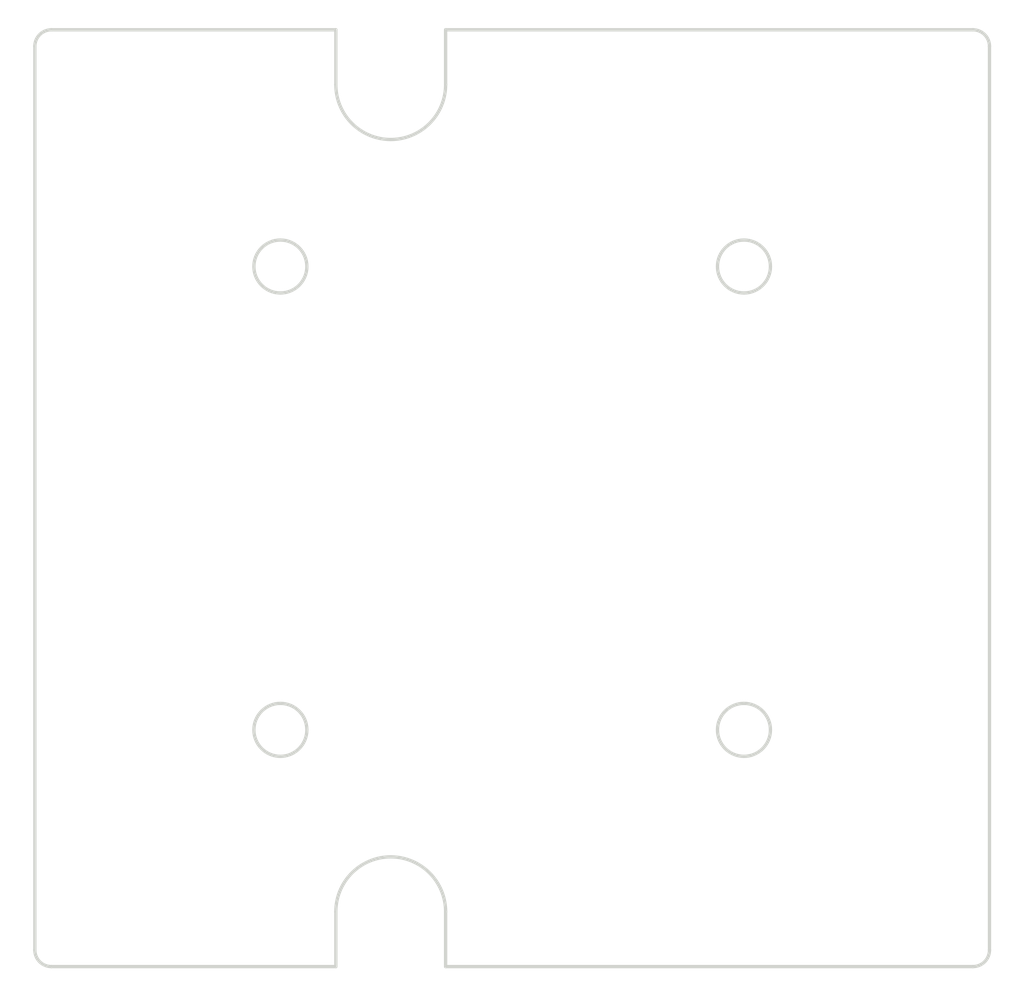
<source format=kicad_pcb>
(kicad_pcb (version 20221018) (generator pcbnew)

  (general
    (thickness 1.6)
  )

  (paper "USLetter")
  (layers
    (0 "F.Cu" signal)
    (31 "B.Cu" signal)
    (32 "B.Adhes" user "B.Adhesive")
    (33 "F.Adhes" user "F.Adhesive")
    (34 "B.Paste" user)
    (35 "F.Paste" user)
    (36 "B.SilkS" user "B.Silkscreen")
    (37 "F.SilkS" user "F.Silkscreen")
    (38 "B.Mask" user)
    (39 "F.Mask" user)
    (40 "Dwgs.User" user "User.Drawings")
    (41 "Cmts.User" user "User.Comments")
    (42 "Eco1.User" user "User.Eco1")
    (43 "Eco2.User" user "User.Eco2")
    (44 "Edge.Cuts" user)
    (45 "Margin" user)
    (46 "B.CrtYd" user "B.Courtyard")
    (47 "F.CrtYd" user "F.Courtyard")
    (48 "B.Fab" user)
    (49 "F.Fab" user)
    (50 "User.1" user)
    (51 "User.2" user)
    (52 "User.3" user)
    (53 "User.4" user)
    (54 "User.5" user)
    (55 "User.6" user)
    (56 "User.7" user)
    (57 "User.8" user)
    (58 "User.9" user)
  )

  (setup
    (stackup
      (layer "F.SilkS" (type "Top Silk Screen"))
      (layer "F.Paste" (type "Top Solder Paste"))
      (layer "F.Mask" (type "Top Solder Mask") (thickness 0.01))
      (layer "F.Cu" (type "copper") (thickness 0.035))
      (layer "dielectric 1" (type "core") (thickness 1.51) (material "FR4") (epsilon_r 4.5) (loss_tangent 0.02))
      (layer "B.Cu" (type "copper") (thickness 0.035))
      (layer "B.Mask" (type "Bottom Solder Mask") (thickness 0.01))
      (layer "B.Paste" (type "Bottom Solder Paste"))
      (layer "B.SilkS" (type "Bottom Silk Screen"))
      (copper_finish "None")
      (dielectric_constraints no)
    )
    (pad_to_mask_clearance 0)
    (aux_axis_origin 20 20)
    (grid_origin 20 20)
    (pcbplotparams
      (layerselection 0x00010fc_ffffffff)
      (plot_on_all_layers_selection 0x0000000_00000000)
      (disableapertmacros false)
      (usegerberextensions false)
      (usegerberattributes true)
      (usegerberadvancedattributes true)
      (creategerberjobfile true)
      (dashed_line_dash_ratio 12.000000)
      (dashed_line_gap_ratio 3.000000)
      (svgprecision 4)
      (plotframeref false)
      (viasonmask false)
      (mode 1)
      (useauxorigin false)
      (hpglpennumber 1)
      (hpglpenspeed 20)
      (hpglpendiameter 15.000000)
      (dxfpolygonmode true)
      (dxfimperialunits true)
      (dxfusepcbnewfont true)
      (psnegative false)
      (psa4output false)
      (plotreference true)
      (plotvalue true)
      (plotinvisibletext false)
      (sketchpadsonfab false)
      (subtractmaskfromsilk false)
      (outputformat 1)
      (mirror false)
      (drillshape 0)
      (scaleselection 1)
      (outputdirectory "")
    )
  )

  (net 0 "")

  (gr_circle locked (center 62.83 62.305) (end 65.33 62.305)
    (stroke (width 0) (type solid)) (fill solid) (layer "B.Mask") (tstamp 2b00b689-17d4-4ed3-ab73-01216924d2ce))
  (gr_circle locked (center 34.83 34.305) (end 37.33 34.305)
    (stroke (width 0) (type solid)) (fill solid) (layer "B.Mask") (tstamp 333a5605-0e96-4797-8045-166a9bc65347))
  (gr_circle locked (center 34.83 62.305) (end 37.33 62.305)
    (stroke (width 0) (type solid)) (fill solid) (layer "B.Mask") (tstamp 79de084b-f4ee-4d66-b91f-ddbb6e58047a))
  (gr_circle locked (center 62.83 34.305) (end 65.33 34.305)
    (stroke (width 0) (type solid)) (fill solid) (layer "B.Mask") (tstamp aeb84aaf-220c-4a9e-a680-a7fdc61b18b3))
  (gr_circle locked (center 62.83 62.305) (end 65.33 62.305)
    (stroke (width 0) (type solid)) (fill solid) (layer "F.Mask") (tstamp 12c0de81-66c5-488a-bbdf-26a8f8db92cc))
  (gr_circle locked (center 34.83 34.305) (end 37.33 34.305)
    (stroke (width 0) (type solid)) (fill solid) (layer "F.Mask") (tstamp 276c3504-54a2-49c2-912f-1565f2a1d8b1))
  (gr_circle locked (center 62.83 34.305) (end 65.33 34.305)
    (stroke (width 0) (type solid)) (fill solid) (layer "F.Mask") (tstamp 97292c7a-7c1e-4aa9-8643-079b30c0bd3d))
  (gr_circle locked (center 34.83 62.305) (end 37.33 62.305)
    (stroke (width 0) (type solid)) (fill solid) (layer "F.Mask") (tstamp f614a162-598f-4e06-84bf-d9b72763b084))
  (gr_line locked (start 76.66 76.61) (end 44.81 76.61)
    (stroke (width 0.2) (type default)) (layer "Edge.Cuts") (tstamp 001cf4a6-4b7c-40b4-875a-738f38afe410))
  (gr_line locked (start 38.18 76.61) (end 38.18 73.295)
    (stroke (width 0.2) (type default)) (layer "Edge.Cuts") (tstamp 072907e6-d803-4fda-97cb-11bc1682a5c0))
  (gr_circle locked (center 34.83 62.305) (end 36.43 62.305)
    (stroke (width 0.2) (type solid)) (fill none) (layer "Edge.Cuts") (tstamp 0dbd11c5-eff0-4fa8-b976-e213867ab0f7))
  (gr_line locked (start 77.66 21) (end 77.66 75.61)
    (stroke (width 0.2) (type default)) (layer "Edge.Cuts") (tstamp 2b605511-83eb-4e02-9ab6-5aae5e3378cf))
  (gr_line locked (start 21 20) (end 38.18 20)
    (stroke (width 0.2) (type default)) (layer "Edge.Cuts") (tstamp 371b80e5-02f2-487a-b47f-562d1e155b93))
  (gr_arc locked (start 76.66 20) (mid 77.367106 20.292893) (end 77.66 21)
    (stroke (width 0.2) (type default)) (layer "Edge.Cuts") (tstamp 53b8ee64-72bc-40be-ad86-90de4479df6e))
  (gr_arc locked (start 20 21) (mid 20.292893 20.292894) (end 21 20)
    (stroke (width 0.2) (type default)) (layer "Edge.Cuts") (tstamp 5523c6fe-5a07-47a1-bd9c-83ee77843431))
  (gr_circle locked (center 62.83 34.305) (end 64.43 34.305)
    (stroke (width 0.2) (type solid)) (fill none) (layer "Edge.Cuts") (tstamp 67be9ecc-7ff8-4093-bf87-f6bf4cab7d0f))
  (gr_circle locked (center 34.83 34.305) (end 36.43 34.305)
    (stroke (width 0.2) (type solid)) (fill none) (layer "Edge.Cuts") (tstamp 68d8929f-4f10-4bc1-ac5f-ff5c4c15072b))
  (gr_arc locked (start 21 76.61) (mid 20.292894 76.317107) (end 20 75.61)
    (stroke (width 0.2) (type default)) (layer "Edge.Cuts") (tstamp 860f7ef3-7344-47e5-9e30-f673c3f4be8b))
  (gr_line locked (start 76.66 20) (end 44.81 20)
    (stroke (width 0.2) (type default)) (layer "Edge.Cuts") (tstamp 97d90daf-246b-44ff-a1e5-9393988c1b18))
  (gr_arc locked (start 44.81 23.315) (mid 41.495 26.63) (end 38.18 23.315)
    (stroke (width 0.2) (type default)) (layer "Edge.Cuts") (tstamp 9d5e2045-518a-476c-9899-5f7cbdd2bda7))
  (gr_arc locked (start 77.66 75.61) (mid 77.367107 76.317106) (end 76.66 76.61)
    (stroke (width 0.2) (type default)) (layer "Edge.Cuts") (tstamp 9ef34e58-7b30-4cba-aa1a-c4b620091f40))
  (gr_line locked (start 38.18 20) (end 38.18 23.315)
    (stroke (width 0.2) (type default)) (layer "Edge.Cuts") (tstamp ad7b4ee7-f3f4-4fd2-994b-2cccfe77a258))
  (gr_arc locked (start 38.18 73.295) (mid 41.495 69.98) (end 44.81 73.295)
    (stroke (width 0.2) (type default)) (layer "Edge.Cuts") (tstamp b01efbb3-eb54-42f8-9575-960b45839c75))
  (gr_line locked (start 20 21) (end 20 75.61)
    (stroke (width 0.2) (type default)) (layer "Edge.Cuts") (tstamp b27ca8df-0fee-4add-826e-3af237e82acc))
  (gr_line locked (start 44.81 23.315) (end 44.81 20)
    (stroke (width 0.2) (type default)) (layer "Edge.Cuts") (tstamp b4060bd9-4be5-45fc-bd67-055177bb5ac3))
  (gr_line locked (start 21 76.61) (end 38.18 76.61)
    (stroke (width 0.2) (type default)) (layer "Edge.Cuts") (tstamp f094acf3-0fc6-45a4-9658-85000d5fcb25))
  (gr_line locked (start 44.81 76.61) (end 44.81 73.295)
    (stroke (width 0.2) (type default)) (layer "Edge.Cuts") (tstamp fb11e289-f09a-484d-93e1-356cfa9f52b7))
  (gr_circle locked (center 62.83 62.305) (end 64.43 62.305)
    (stroke (width 0.2) (type solid)) (fill none) (layer "Edge.Cuts") (tstamp fc65ea9a-b000-4ffb-bc71-1c10ac2bad17))
  (gr_line locked (start 19.5 48.305) (end 17.9 48.305)
    (stroke (width 0.01) (type default)) (layer "Margin") (tstamp 096b2e49-650e-4737-be32-cdd6777e18de))
  (gr_rect locked (start 19.5 18.205) (end 78.16 78.405)
    (stroke (width 0.01) (type default)) (fill none) (layer "Margin") (tstamp 1e079792-6ba7-4d74-b5d5-b41b35d2a17c))
  (gr_circle locked (center 41.495 23.315) (end 44.355 23.315)
    (stroke (width 0.01) (type solid)) (fill none) (layer "Margin") (tstamp 30e25991-8b66-40de-9e90-7e5a8b83058f))
  (gr_circle locked (center 62.83 34.305) (end 65.63 34.305)
    (stroke (width 0.01) (type default)) (fill none) (layer "Margin") (tstamp 90dd276e-1049-422e-9c53-f59aafc23645))
  (gr_circle locked (center 62.83 62.305) (end 65.63 62.305)
    (stroke (width 0.01) (type default)) (fill none) (layer "Margin") (tstamp 97e6c1c8-a210-4d38-933d-02647b349faa))
  (gr_circle locked (center 34.83 34.305) (end 37.63 34.305)
    (stroke (width 0.01) (type default)) (fill none) (layer "Margin") (tstamp a953c476-f183-4205-a4c4-49c364125c5e))
  (gr_circle locked (center 34.83 62.305) (end 37.63 62.305)
    (stroke (width 0.01) (type default)) (fill none) (layer "Margin") (tstamp aad0e19f-1960-4ef2-8ae2-7480b59709ab))
  (gr_rect locked (start 17.9 18.205) (end 79.76 78.405)
    (stroke (width 0.01) (type default)) (fill none) (layer "Margin") (tstamp b1a597ff-66f7-4e8b-a9fb-ffe8c98a0e9d))
  (gr_line locked (start 79.76 48.305) (end 78.16 48.305)
    (stroke (width 0.01) (type default)) (layer "Margin") (tstamp befe9b3d-65cc-43a9-b3a3-8e1cf13a1fcc))
  (gr_circle locked (center 41.495 73.295) (end 44.355 73.295)
    (stroke (width 0.01) (type solid)) (fill none) (layer "Margin") (tstamp e7317543-75a9-47ed-bff2-86147d8a8f48))

)

</source>
